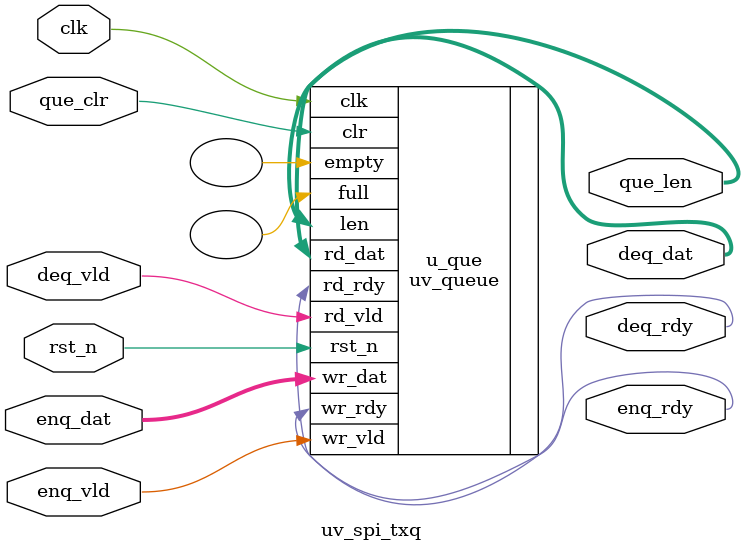
<source format=v>

`timescale 1ns / 1ps

module uv_spi_txq
#(
    parameter QUE_AW = 3,
    parameter QUE_DP = 2**QUE_AW,
    parameter QUE_DW = 32
)
(
    input                           clk,
    input                           rst_n,

    output                          enq_rdy,
    input                           enq_vld,
    input  [QUE_DW-1:0]             enq_dat,

    output                          deq_rdy,
    input                           deq_vld,
    output [QUE_DW-1:0]             deq_dat,

    input                           que_clr,
    output [QUE_AW:0]               que_len
);

    uv_queue
    #(
        .DAT_WIDTH                  ( QUE_DW            ),
        .PTR_WIDTH                  ( QUE_AW            ),
        .QUE_DEPTH                  ( QUE_DP            ),
        .ZERO_RDLY                  ( 1'b1              ),
    )
    u_que
    (
        .clk                        ( clk               ),
        .rst_n                      ( rst_n             ),

        // Write channel.
        .wr_rdy                     ( enq_rdy           ),
        .wr_vld                     ( enq_vld           ),
        .wr_dat                     ( enq_dat           ),

        // Read channel.
        .rd_rdy                     ( deq_rdy           ),
        .rd_vld                     ( deq_vld           ),
        .rd_dat                     ( deq_dat           ),

        // Control & status.
        .clr                        ( que_clr           ),
        .len                        ( que_len           ),
        .full                       (                   ),
        .empty                      (                   )
    );

endmodule

</source>
